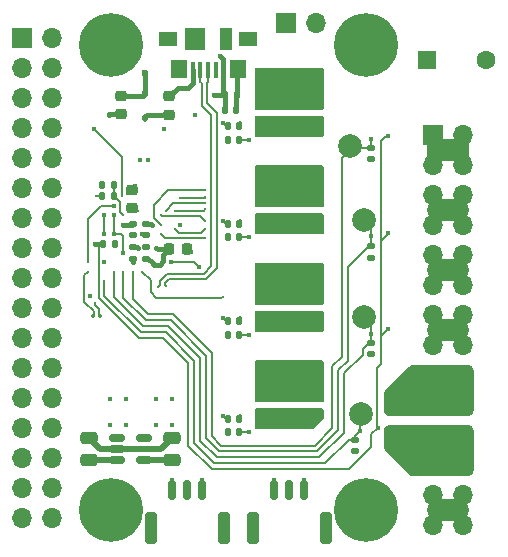
<source format=gbl>
%TF.GenerationSoftware,KiCad,Pcbnew,(7.0.0)*%
%TF.CreationDate,2023-11-06T15:13:21-05:00*%
%TF.ProjectId,ECE4760 Motor Driver,45434534-3736-4302-904d-6f746f722044,rev?*%
%TF.SameCoordinates,Original*%
%TF.FileFunction,Copper,L6,Bot*%
%TF.FilePolarity,Positive*%
%FSLAX46Y46*%
G04 Gerber Fmt 4.6, Leading zero omitted, Abs format (unit mm)*
G04 Created by KiCad (PCBNEW (7.0.0)) date 2023-11-06 15:13:21*
%MOMM*%
%LPD*%
G01*
G04 APERTURE LIST*
G04 Aperture macros list*
%AMRoundRect*
0 Rectangle with rounded corners*
0 $1 Rounding radius*
0 $2 $3 $4 $5 $6 $7 $8 $9 X,Y pos of 4 corners*
0 Add a 4 corners polygon primitive as box body*
4,1,4,$2,$3,$4,$5,$6,$7,$8,$9,$2,$3,0*
0 Add four circle primitives for the rounded corners*
1,1,$1+$1,$2,$3*
1,1,$1+$1,$4,$5*
1,1,$1+$1,$6,$7*
1,1,$1+$1,$8,$9*
0 Add four rect primitives between the rounded corners*
20,1,$1+$1,$2,$3,$4,$5,0*
20,1,$1+$1,$4,$5,$6,$7,0*
20,1,$1+$1,$6,$7,$8,$9,0*
20,1,$1+$1,$8,$9,$2,$3,0*%
G04 Aperture macros list end*
%TA.AperFunction,ComponentPad*%
%ADD10C,0.800000*%
%TD*%
%TA.AperFunction,ComponentPad*%
%ADD11C,5.400000*%
%TD*%
%TA.AperFunction,ComponentPad*%
%ADD12RoundRect,0.250000X-1.550000X0.650000X-1.550000X-0.650000X1.550000X-0.650000X1.550000X0.650000X0*%
%TD*%
%TA.AperFunction,ComponentPad*%
%ADD13O,3.600000X1.800000*%
%TD*%
%TA.AperFunction,ComponentPad*%
%ADD14R,1.600000X1.600000*%
%TD*%
%TA.AperFunction,ComponentPad*%
%ADD15C,1.600000*%
%TD*%
%TA.AperFunction,SMDPad,CuDef*%
%ADD16RoundRect,0.250000X-0.475000X0.250000X-0.475000X-0.250000X0.475000X-0.250000X0.475000X0.250000X0*%
%TD*%
%TA.AperFunction,SMDPad,CuDef*%
%ADD17RoundRect,0.140000X0.170000X-0.140000X0.170000X0.140000X-0.170000X0.140000X-0.170000X-0.140000X0*%
%TD*%
%TA.AperFunction,SMDPad,CuDef*%
%ADD18RoundRect,0.140000X0.140000X0.170000X-0.140000X0.170000X-0.140000X-0.170000X0.140000X-0.170000X0*%
%TD*%
%TA.AperFunction,SMDPad,CuDef*%
%ADD19RoundRect,0.140000X-0.170000X0.140000X-0.170000X-0.140000X0.170000X-0.140000X0.170000X0.140000X0*%
%TD*%
%TA.AperFunction,SMDPad,CuDef*%
%ADD20RoundRect,0.140000X-0.140000X-0.170000X0.140000X-0.170000X0.140000X0.170000X-0.140000X0.170000X0*%
%TD*%
%TA.AperFunction,SMDPad,CuDef*%
%ADD21RoundRect,0.225000X0.250000X-0.225000X0.250000X0.225000X-0.250000X0.225000X-0.250000X-0.225000X0*%
%TD*%
%TA.AperFunction,SMDPad,CuDef*%
%ADD22RoundRect,0.225000X-0.225000X-0.250000X0.225000X-0.250000X0.225000X0.250000X-0.225000X0.250000X0*%
%TD*%
%TA.AperFunction,SMDPad,CuDef*%
%ADD23RoundRect,0.250000X0.475000X-0.250000X0.475000X0.250000X-0.475000X0.250000X-0.475000X-0.250000X0*%
%TD*%
%TA.AperFunction,SMDPad,CuDef*%
%ADD24RoundRect,0.135000X0.135000X0.185000X-0.135000X0.185000X-0.135000X-0.185000X0.135000X-0.185000X0*%
%TD*%
%TA.AperFunction,ComponentPad*%
%ADD25R,1.700000X1.700000*%
%TD*%
%TA.AperFunction,ComponentPad*%
%ADD26O,1.700000X1.700000*%
%TD*%
%TA.AperFunction,SMDPad,CuDef*%
%ADD27RoundRect,0.218750X-0.256250X0.218750X-0.256250X-0.218750X0.256250X-0.218750X0.256250X0.218750X0*%
%TD*%
%TA.AperFunction,SMDPad,CuDef*%
%ADD28RoundRect,0.225000X-0.250000X0.225000X-0.250000X-0.225000X0.250000X-0.225000X0.250000X0.225000X0*%
%TD*%
%TA.AperFunction,SMDPad,CuDef*%
%ADD29RoundRect,0.250000X1.100000X-0.325000X1.100000X0.325000X-1.100000X0.325000X-1.100000X-0.325000X0*%
%TD*%
%TA.AperFunction,SMDPad,CuDef*%
%ADD30R,0.450000X1.380000*%
%TD*%
%TA.AperFunction,SMDPad,CuDef*%
%ADD31R,1.650000X1.300000*%
%TD*%
%TA.AperFunction,SMDPad,CuDef*%
%ADD32R,1.425000X1.550000*%
%TD*%
%TA.AperFunction,SMDPad,CuDef*%
%ADD33R,1.800000X1.900000*%
%TD*%
%TA.AperFunction,SMDPad,CuDef*%
%ADD34R,1.000000X1.900000*%
%TD*%
%TA.AperFunction,SMDPad,CuDef*%
%ADD35C,2.000000*%
%TD*%
%TA.AperFunction,SMDPad,CuDef*%
%ADD36RoundRect,0.150000X0.150000X0.700000X-0.150000X0.700000X-0.150000X-0.700000X0.150000X-0.700000X0*%
%TD*%
%TA.AperFunction,SMDPad,CuDef*%
%ADD37RoundRect,0.250000X0.250000X1.100000X-0.250000X1.100000X-0.250000X-1.100000X0.250000X-1.100000X0*%
%TD*%
%TA.AperFunction,SMDPad,CuDef*%
%ADD38RoundRect,0.150000X-0.512500X-0.150000X0.512500X-0.150000X0.512500X0.150000X-0.512500X0.150000X0*%
%TD*%
%TA.AperFunction,SMDPad,CuDef*%
%ADD39RoundRect,0.112500X-0.112500X0.187500X-0.112500X-0.187500X0.112500X-0.187500X0.112500X0.187500X0*%
%TD*%
%TA.AperFunction,SMDPad,CuDef*%
%ADD40RoundRect,0.135000X-0.135000X-0.185000X0.135000X-0.185000X0.135000X0.185000X-0.135000X0.185000X0*%
%TD*%
%TA.AperFunction,ViaPad*%
%ADD41C,0.350000*%
%TD*%
%TA.AperFunction,ViaPad*%
%ADD42C,0.400000*%
%TD*%
%TA.AperFunction,ViaPad*%
%ADD43C,0.300000*%
%TD*%
%TA.AperFunction,ViaPad*%
%ADD44C,0.450000*%
%TD*%
%TA.AperFunction,ViaPad*%
%ADD45C,0.600000*%
%TD*%
%TA.AperFunction,Conductor*%
%ADD46C,0.200000*%
%TD*%
%TA.AperFunction,Conductor*%
%ADD47C,0.381000*%
%TD*%
%TA.AperFunction,Conductor*%
%ADD48C,0.508000*%
%TD*%
G04 APERTURE END LIST*
D10*
%TO.P,H2,1,1*%
%TO.N,GND*%
X83700000Y-43815000D03*
X84293109Y-42383109D03*
X84293109Y-45246891D03*
X85725000Y-41790000D03*
D11*
X85725000Y-43815000D03*
D10*
X85725000Y-45840000D03*
X87156891Y-42383109D03*
X87156891Y-45246891D03*
X87750000Y-43815000D03*
%TD*%
%TO.P,H1,1,1*%
%TO.N,GND*%
X105290000Y-43815000D03*
X105883109Y-42383109D03*
X105883109Y-45246891D03*
X107315000Y-41790000D03*
D11*
X107315000Y-43815000D03*
D10*
X107315000Y-45840000D03*
X108746891Y-42383109D03*
X108746891Y-45246891D03*
X109340000Y-43815000D03*
%TD*%
D12*
%TO.P,J2,1,Pin_1*%
%TO.N,PH1*%
X114300000Y-52705000D03*
D13*
%TO.P,J2,2,Pin_2*%
%TO.N,PH2*%
X114299999Y-57784999D03*
%TO.P,J2,3,Pin_3*%
%TO.N,PH3*%
X114299999Y-62864999D03*
%TO.P,J2,4,Pin_4*%
%TO.N,PH4*%
X114299999Y-67944999D03*
%TO.P,J2,5,Pin_5*%
%TO.N,GND*%
X114299999Y-73024999D03*
%TO.P,J2,6,Pin_6*%
%TO.N,Vdrive*%
X114299999Y-78104999D03*
%TO.P,J2,7,Pin_7*%
%TO.N,+5V*%
X114299999Y-83184999D03*
%TD*%
D10*
%TO.P,H4,1,1*%
%TO.N,GND*%
X83700000Y-83185000D03*
X84293109Y-81753109D03*
X84293109Y-84616891D03*
X85725000Y-81160000D03*
D11*
X85725000Y-83185000D03*
D10*
X85725000Y-85210000D03*
X87156891Y-81753109D03*
X87156891Y-84616891D03*
X87750000Y-83185000D03*
%TD*%
D14*
%TO.P,C1,1*%
%TO.N,Vdrive*%
X112532348Y-45084999D03*
D15*
%TO.P,C1,2*%
%TO.N,GND*%
X117532349Y-45085000D03*
%TD*%
D10*
%TO.P,H3,1,1*%
%TO.N,GND*%
X105290000Y-83185000D03*
X105883109Y-81753109D03*
X105883109Y-84616891D03*
X107315000Y-81160000D03*
D11*
X107315000Y-83185000D03*
D10*
X107315000Y-85210000D03*
X108746891Y-81753109D03*
X108746891Y-84616891D03*
X109340000Y-83185000D03*
%TD*%
D16*
%TO.P,C55,1*%
%TO.N,Vdrive*%
X100838000Y-48580000D03*
%TO.P,C55,2*%
%TO.N,GND*%
X100838000Y-50480000D03*
%TD*%
D17*
%TO.P,C25,1*%
%TO.N,GND*%
X107800000Y-61780000D03*
%TO.P,C25,2*%
%TO.N,/PH2_SENSE*%
X107800000Y-60820000D03*
%TD*%
D16*
%TO.P,C63,1*%
%TO.N,Vdrive*%
X98806000Y-73345000D03*
%TO.P,C63,2*%
%TO.N,GND*%
X98806000Y-75245000D03*
%TD*%
D18*
%TO.P,C3,1*%
%TO.N,Net-(J3-Shield)*%
X96380001Y-49300001D03*
%TO.P,C3,2*%
%TO.N,GND*%
X95420001Y-49300001D03*
%TD*%
%TO.P,C27,1*%
%TO.N,GND*%
X96619000Y-67183000D03*
%TO.P,C27,2*%
%TO.N,Net-(Q3-V_{DD})*%
X95659000Y-67183000D03*
%TD*%
D16*
%TO.P,C61,1*%
%TO.N,Vdrive*%
X100838000Y-65090000D03*
%TO.P,C61,2*%
%TO.N,GND*%
X100838000Y-66990000D03*
%TD*%
D19*
%TO.P,C8,1*%
%TO.N,+3V3*%
X88700000Y-58920000D03*
%TO.P,C8,2*%
%TO.N,GND*%
X88700000Y-59880000D03*
%TD*%
D20*
%TO.P,C32,1*%
%TO.N,+5V*%
X95659000Y-76581000D03*
%TO.P,C32,2*%
%TO.N,GND*%
X96619000Y-76581000D03*
%TD*%
D17*
%TO.P,C6,1*%
%TO.N,+3V3*%
X88700000Y-61880000D03*
%TO.P,C6,2*%
%TO.N,GND*%
X88700000Y-60920000D03*
%TD*%
D20*
%TO.P,C10,1*%
%TO.N,+3V3*%
X85120000Y-60600000D03*
%TO.P,C10,2*%
%TO.N,GND*%
X86080000Y-60600000D03*
%TD*%
D16*
%TO.P,C58,1*%
%TO.N,Vdrive*%
X100838000Y-56835000D03*
%TO.P,C58,2*%
%TO.N,GND*%
X100838000Y-58735000D03*
%TD*%
D18*
%TO.P,C33,1*%
%TO.N,GND*%
X96619000Y-75438000D03*
%TO.P,C33,2*%
%TO.N,Net-(Q4-V_{DD})*%
X95659000Y-75438000D03*
%TD*%
D21*
%TO.P,C5,1*%
%TO.N,+3V3*%
X87500000Y-57575000D03*
%TO.P,C5,2*%
%TO.N,GND*%
X87500000Y-56025000D03*
%TD*%
D16*
%TO.P,C54,1*%
%TO.N,Vdrive*%
X98806000Y-48580000D03*
%TO.P,C54,2*%
%TO.N,GND*%
X98806000Y-50480000D03*
%TD*%
D22*
%TO.P,C4,1*%
%TO.N,+3V3*%
X90625000Y-61100000D03*
%TO.P,C4,2*%
%TO.N,GND*%
X92175000Y-61100000D03*
%TD*%
D23*
%TO.P,C12,1*%
%TO.N,+5V*%
X83900001Y-78950000D03*
%TO.P,C12,2*%
%TO.N,GND*%
X83900001Y-77050000D03*
%TD*%
D24*
%TO.P,R3,1*%
%TO.N,Net-(U1-PA1)*%
X86000000Y-56600000D03*
%TO.P,R3,2*%
%TO.N,GND*%
X84980000Y-56600000D03*
%TD*%
D16*
%TO.P,C57,1*%
%TO.N,Vdrive*%
X98806000Y-56835000D03*
%TO.P,C57,2*%
%TO.N,GND*%
X98806000Y-58735000D03*
%TD*%
%TO.P,C62,1*%
%TO.N,Vdrive*%
X102870000Y-65090000D03*
%TO.P,C62,2*%
%TO.N,GND*%
X102870000Y-66990000D03*
%TD*%
D25*
%TO.P,J6,1,Pin_1*%
%TO.N,/BOOT_SELECT*%
X100583999Y-41909999D03*
D26*
%TO.P,J6,2,Pin_2*%
%TO.N,GND*%
X103123999Y-41909999D03*
%TD*%
D18*
%TO.P,C15,1*%
%TO.N,GND*%
X96619000Y-50673000D03*
%TO.P,C15,2*%
%TO.N,Net-(Q1-V_{DD})*%
X95659000Y-50673000D03*
%TD*%
D27*
%TO.P,F1,1*%
%TO.N,VBUS*%
X90700000Y-48112500D03*
%TO.P,F1,2*%
%TO.N,Net-(D1-A)*%
X90700000Y-49687500D03*
%TD*%
D16*
%TO.P,C65,1*%
%TO.N,Vdrive*%
X102870000Y-73345000D03*
%TO.P,C65,2*%
%TO.N,GND*%
X102870000Y-75245000D03*
%TD*%
D28*
%TO.P,C2,1*%
%TO.N,+5V*%
X86614000Y-48120000D03*
%TO.P,C2,2*%
%TO.N,GND*%
X86614000Y-49670000D03*
%TD*%
D29*
%TO.P,RV1,1*%
%TO.N,Vdrive*%
X110236000Y-77040000D03*
%TO.P,RV1,2*%
%TO.N,GND*%
X110236000Y-74090000D03*
%TD*%
D20*
%TO.P,C14,1*%
%TO.N,+5V*%
X95659000Y-51816000D03*
%TO.P,C14,2*%
%TO.N,GND*%
X96619000Y-51816000D03*
%TD*%
D17*
%TO.P,C9,1*%
%TO.N,+3V3*%
X87600000Y-61880000D03*
%TO.P,C9,2*%
%TO.N,GND*%
X87600000Y-60920000D03*
%TD*%
D16*
%TO.P,C59,1*%
%TO.N,Vdrive*%
X102870000Y-56835000D03*
%TO.P,C59,2*%
%TO.N,GND*%
X102870000Y-58735000D03*
%TD*%
D30*
%TO.P,J3,1,VBUS*%
%TO.N,VBUS*%
X92679999Y-45909999D03*
%TO.P,J3,2,D-*%
%TO.N,/USB_D-*%
X93329999Y-45909999D03*
%TO.P,J3,3,D+*%
%TO.N,/USB_D+*%
X93979999Y-45909999D03*
%TO.P,J3,4,ID*%
%TO.N,unconnected-(J3-ID-Pad4)*%
X94629999Y-45909999D03*
%TO.P,J3,5,GND*%
%TO.N,GND*%
X95279999Y-45909999D03*
D31*
%TO.P,J3,6,Shield*%
%TO.N,Net-(J3-Shield)*%
X90604999Y-43249999D03*
D32*
X91492499Y-45824999D03*
D33*
X92829999Y-43249999D03*
D34*
X95529999Y-43249999D03*
D32*
X96467499Y-45824999D03*
D31*
X97354999Y-43249999D03*
%TD*%
D25*
%TO.P,J1,1,Pin_1*%
%TO.N,GND*%
X78231999Y-43179999D03*
D26*
%TO.P,J1,2,Pin_2*%
%TO.N,+5V*%
X80771999Y-43179999D03*
%TO.P,J1,3,Pin_3*%
%TO.N,Hall_C_In*%
X78231999Y-45719999D03*
%TO.P,J1,4,Pin_4*%
%TO.N,Hall_B_In*%
X80771999Y-45719999D03*
%TO.P,J1,5,Pin_5*%
%TO.N,Hall_I_In*%
X78231999Y-48259999D03*
%TO.P,J1,6,Pin_6*%
%TO.N,Hall_A_In*%
X80771999Y-48259999D03*
%TO.P,J1,7,Pin_7*%
%TO.N,GND*%
X78231999Y-50799999D03*
%TO.P,J1,8,Pin_8*%
%TO.N,+5V*%
X80771999Y-50799999D03*
%TO.P,J1,9,Pin_9*%
%TO.N,Aux_Enc_B_In-*%
X78231999Y-53339999D03*
%TO.P,J1,10,Pin_10*%
%TO.N,Aux_Enc_B_In+*%
X80771999Y-53339999D03*
%TO.P,J1,11,Pin_11*%
%TO.N,Aux_Enc_A_In-*%
X78231999Y-55879999D03*
%TO.P,J1,12,Pin_12*%
%TO.N,Aux_Enc_A_In+*%
X80771999Y-55879999D03*
%TO.P,J1,13,Pin_13*%
%TO.N,GND*%
X78231999Y-58419999D03*
%TO.P,J1,14,Pin_14*%
%TO.N,+5V*%
X80771999Y-58419999D03*
%TO.P,J1,15,Pin_15*%
%TO.N,~{Abort}*%
X78231999Y-60959999D03*
%TO.P,J1,16,Pin_16*%
%TO.N,~{Fault_Enable}*%
X80771999Y-60959999D03*
%TO.P,J1,17,Pin_17*%
%TO.N,LED_1*%
X78231999Y-63499999D03*
%TO.P,J1,18,Pin_18*%
%TO.N,LED_2*%
X80771999Y-63499999D03*
%TO.P,J1,19,Pin_19*%
%TO.N,GND*%
X78231999Y-66039999D03*
%TO.P,J1,20,Pin_20*%
%TO.N,+3V3*%
X80771999Y-66039999D03*
%TO.P,J1,21,Pin_21*%
%TO.N,Enc_A_In+*%
X78231999Y-68579999D03*
%TO.P,J1,22,Pin_22*%
%TO.N,Enc_A_In-*%
X80771999Y-68579999D03*
%TO.P,J1,23,Pin_23*%
%TO.N,Enc_B_In+*%
X78231999Y-71119999D03*
%TO.P,J1,24,Pin_24*%
%TO.N,Enc_B_In-*%
X80771999Y-71119999D03*
%TO.P,J1,25,Pin_25*%
%TO.N,Enc_I_In+*%
X78231999Y-73659999D03*
%TO.P,J1,26,Pin_26*%
%TO.N,Enc_I_In-*%
X80771999Y-73659999D03*
%TO.P,J1,27,Pin_27*%
%TO.N,GND*%
X78231999Y-76199999D03*
%TO.P,J1,28,Pin_28*%
%TO.N,+5V*%
X80771999Y-76199999D03*
%TO.P,J1,29,Pin_29*%
%TO.N,Lim_L_In*%
X78231999Y-78739999D03*
%TO.P,J1,30,Pin_30*%
%TO.N,Lim_H_In*%
X80771999Y-78739999D03*
%TO.P,J1,31,Pin_31*%
%TO.N,Lim_R_In*%
X78231999Y-81279999D03*
%TO.P,J1,32,Pin_32*%
%TO.N,Lim_Aux_In*%
X80771999Y-81279999D03*
%TO.P,J1,33,Pin_33*%
%TO.N,GND*%
X78231999Y-83819999D03*
%TO.P,J1,34,Pin_34*%
%TO.N,+5V*%
X80771999Y-83819999D03*
%TD*%
D16*
%TO.P,C64,1*%
%TO.N,Vdrive*%
X100838000Y-73345000D03*
%TO.P,C64,2*%
%TO.N,GND*%
X100838000Y-75245000D03*
%TD*%
D17*
%TO.P,C31,1*%
%TO.N,GND*%
X107800000Y-69980000D03*
%TO.P,C31,2*%
%TO.N,/PH3_SENSE*%
X107800000Y-69020000D03*
%TD*%
D23*
%TO.P,C13,1*%
%TO.N,+3V3*%
X90900001Y-78950000D03*
%TO.P,C13,2*%
%TO.N,GND*%
X90900001Y-77050000D03*
%TD*%
D17*
%TO.P,C7,1*%
%TO.N,+3V3*%
X87600000Y-59880000D03*
%TO.P,C7,2*%
%TO.N,GND*%
X87600000Y-58920000D03*
%TD*%
D35*
%TO.P,TP2,1,1*%
%TO.N,/PH2_SENSE*%
X107200000Y-58600000D03*
%TD*%
D18*
%TO.P,C21,1*%
%TO.N,GND*%
X96619000Y-58928000D03*
%TO.P,C21,2*%
%TO.N,Net-(Q2-V_{DD})*%
X95659000Y-58928000D03*
%TD*%
D25*
%TO.P,J100,1,Pin_1*%
%TO.N,PH1*%
X113029999Y-51434999D03*
D26*
%TO.P,J100,2,Pin_2*%
X115569999Y-51434999D03*
%TO.P,J100,3,Pin_3*%
X113029999Y-53974999D03*
%TO.P,J100,4,Pin_4*%
X115569999Y-53974999D03*
%TO.P,J100,5,Pin_5*%
%TO.N,PH2*%
X113029999Y-56514999D03*
%TO.P,J100,6,Pin_6*%
X115569999Y-56514999D03*
%TO.P,J100,7,Pin_7*%
X113029999Y-59054999D03*
%TO.P,J100,8,Pin_8*%
X115569999Y-59054999D03*
%TO.P,J100,9,Pin_9*%
%TO.N,PH3*%
X113029999Y-61594999D03*
%TO.P,J100,10,Pin_10*%
X115569999Y-61594999D03*
%TO.P,J100,11,Pin_11*%
X113029999Y-64134999D03*
%TO.P,J100,12,Pin_12*%
X115569999Y-64134999D03*
%TO.P,J100,13,Pin_13*%
%TO.N,PH4*%
X113029999Y-66674999D03*
%TO.P,J100,14,Pin_14*%
X115569999Y-66674999D03*
%TO.P,J100,15,Pin_15*%
X113029999Y-69214999D03*
%TO.P,J100,16,Pin_16*%
X115569999Y-69214999D03*
%TO.P,J100,17,Pin_17*%
%TO.N,GND*%
X113029999Y-71754999D03*
%TO.P,J100,18,Pin_18*%
X115569999Y-71754999D03*
%TO.P,J100,19,Pin_19*%
X113029999Y-74294999D03*
%TO.P,J100,20,Pin_20*%
X115569999Y-74294999D03*
%TO.P,J100,21,Pin_21*%
%TO.N,Vdrive*%
X113029999Y-76834999D03*
%TO.P,J100,22,Pin_22*%
X115569999Y-76834999D03*
%TO.P,J100,23,Pin_23*%
X113029999Y-79374999D03*
%TO.P,J100,24,Pin_24*%
X115569999Y-79374999D03*
%TO.P,J100,25,Pin_25*%
%TO.N,+5V*%
X113029999Y-81914999D03*
%TO.P,J100,26,Pin_26*%
X115569999Y-81914999D03*
%TO.P,J100,27,Pin_27*%
X113029999Y-84454999D03*
%TO.P,J100,28,Pin_28*%
X115569999Y-84454999D03*
%TD*%
D36*
%TO.P,J5,1,Pin_1*%
%TO.N,/SWCLK*%
X93452000Y-81462000D03*
%TO.P,J5,2,Pin_2*%
%TO.N,GND*%
X92202000Y-81462000D03*
%TO.P,J5,3,Pin_3*%
%TO.N,/SWDIO*%
X90952000Y-81462000D03*
D37*
%TO.P,J5,MP,Shield*%
%TO.N,unconnected-(J5-Shield-PadMP)*%
X95302000Y-84662000D03*
X89102000Y-84662000D03*
%TD*%
D24*
%TO.P,R1,1*%
%TO.N,Net-(J3-Shield)*%
X96410000Y-48000000D03*
%TO.P,R1,2*%
%TO.N,GND*%
X95390000Y-48000000D03*
%TD*%
D38*
%TO.P,U5,1,IN*%
%TO.N,+5V*%
X86262500Y-78950000D03*
%TO.P,U5,2,GND*%
%TO.N,GND*%
X86262500Y-78000000D03*
%TO.P,U5,3,EN*%
%TO.N,unconnected-(U5-EN-Pad3)*%
X86262500Y-77050000D03*
%TO.P,U5,4,NC*%
%TO.N,unconnected-(U5-NC-Pad4)*%
X88537500Y-77050000D03*
%TO.P,U5,5,OUT*%
%TO.N,+3V3*%
X88537500Y-78950000D03*
%TD*%
D35*
%TO.P,TP3,1,1*%
%TO.N,/PH3_SENSE*%
X107200000Y-66800000D03*
%TD*%
D39*
%TO.P,D1,1,K*%
%TO.N,+5V*%
X88600000Y-47850000D03*
%TO.P,D1,2,A*%
%TO.N,Net-(D1-A)*%
X88600000Y-49950000D03*
%TD*%
D35*
%TO.P,TP1,1,1*%
%TO.N,/PH1_SENSE*%
X106000000Y-52324000D03*
%TD*%
D17*
%TO.P,C19,1*%
%TO.N,GND*%
X107800000Y-53480000D03*
%TO.P,C19,2*%
%TO.N,/PH1_SENSE*%
X107800000Y-52520000D03*
%TD*%
D16*
%TO.P,C56,1*%
%TO.N,Vdrive*%
X102870000Y-48580000D03*
%TO.P,C56,2*%
%TO.N,GND*%
X102870000Y-50480000D03*
%TD*%
D40*
%TO.P,R2,1*%
%TO.N,+3V3*%
X84980000Y-55600000D03*
%TO.P,R2,2*%
%TO.N,Net-(U1-PA1)*%
X86000000Y-55600000D03*
%TD*%
D20*
%TO.P,C20,1*%
%TO.N,+5V*%
X95659000Y-60071000D03*
%TO.P,C20,2*%
%TO.N,GND*%
X96619000Y-60071000D03*
%TD*%
D17*
%TO.P,C37,1*%
%TO.N,GND*%
X106400000Y-78180000D03*
%TO.P,C37,2*%
%TO.N,/PH4_SENSE*%
X106400000Y-77220000D03*
%TD*%
D20*
%TO.P,C26,1*%
%TO.N,+5V*%
X95659000Y-68326000D03*
%TO.P,C26,2*%
%TO.N,GND*%
X96619000Y-68326000D03*
%TD*%
D36*
%TO.P,J4,1,Pin_1*%
%TO.N,/UART_RX*%
X102088000Y-81462000D03*
%TO.P,J4,2,Pin_2*%
%TO.N,GND*%
X100838000Y-81462000D03*
%TO.P,J4,3,Pin_3*%
%TO.N,/UART_TX*%
X99588000Y-81462000D03*
D37*
%TO.P,J4,MP,Shield*%
%TO.N,unconnected-(J4-Shield-PadMP)*%
X103938000Y-84662000D03*
X97738000Y-84662000D03*
%TD*%
D16*
%TO.P,C60,1*%
%TO.N,Vdrive*%
X98806000Y-65090000D03*
%TO.P,C60,2*%
%TO.N,GND*%
X98806000Y-66990000D03*
%TD*%
D35*
%TO.P,TP4,1,1*%
%TO.N,/PH4_SENSE*%
X106900000Y-75000000D03*
%TD*%
D41*
%TO.N,GND*%
X100711000Y-75311000D03*
D42*
X85590000Y-49700000D03*
D41*
X100203000Y-67056000D03*
X99695000Y-50546000D03*
X98171000Y-76073000D03*
X100711000Y-67056000D03*
D42*
X106400000Y-78200000D03*
D43*
X88800000Y-61000000D03*
D41*
X99949000Y-50927000D03*
D44*
X92202000Y-80899000D03*
D41*
X100457000Y-67437000D03*
X99441000Y-50927000D03*
D44*
X87000000Y-73800000D03*
X88200000Y-53500000D03*
D41*
X100203000Y-58801000D03*
D44*
X89600000Y-76000000D03*
D45*
X90500001Y-77000000D03*
D42*
X86800000Y-59000000D03*
X87200000Y-56300000D03*
D41*
X99695000Y-75311000D03*
X100711000Y-51308000D03*
X100711000Y-50546000D03*
D44*
X90900000Y-76000000D03*
D41*
X98933000Y-59182000D03*
X98679000Y-51308000D03*
X98171000Y-59563000D03*
X99187000Y-51308000D03*
D42*
X87800000Y-56300000D03*
X107800000Y-70000000D03*
D41*
X98171000Y-67818000D03*
D44*
X97473000Y-76581000D03*
D41*
X98679000Y-59563000D03*
D42*
X88400000Y-59800000D03*
D41*
X100203000Y-76073000D03*
X100711000Y-58801000D03*
X98679000Y-67818000D03*
D44*
X94500000Y-48000000D03*
D41*
X100457000Y-75692000D03*
X99187000Y-50546000D03*
X99695000Y-67056000D03*
D44*
X92202000Y-82042000D03*
D41*
X99441000Y-75692000D03*
X100203000Y-59563000D03*
X98679000Y-67056000D03*
D45*
X91300001Y-76999999D03*
D41*
X98171000Y-67056000D03*
X98171000Y-75311000D03*
X99695000Y-76073000D03*
X96647000Y-58674000D03*
D42*
X86000000Y-60600000D03*
D41*
X100457000Y-50927000D03*
D44*
X92500000Y-61300000D03*
D41*
X100457000Y-59182000D03*
D45*
X83500001Y-76999999D03*
D41*
X99949000Y-75692000D03*
D44*
X95000000Y-44700000D03*
D41*
X99187000Y-67818000D03*
X98171000Y-58801000D03*
X98933000Y-67437000D03*
D45*
X84300001Y-77000000D03*
D41*
X98679000Y-58801000D03*
X99695000Y-58801000D03*
X96647000Y-66929000D03*
D44*
X90900000Y-73800000D03*
D41*
X98425000Y-67437000D03*
D44*
X87000000Y-76000000D03*
D41*
X99949000Y-59182000D03*
D44*
X100838000Y-80899000D03*
D41*
X98425000Y-75692000D03*
X100965000Y-50927000D03*
D44*
X88900000Y-53500000D03*
X100838000Y-82042000D03*
X85700000Y-76000000D03*
X85700000Y-73800000D03*
D41*
X98679000Y-76073000D03*
X99187000Y-59563000D03*
X99441000Y-59182000D03*
X99187000Y-58801000D03*
X99187000Y-75311000D03*
D44*
X97473000Y-51816000D03*
D41*
X96647000Y-75184000D03*
X99695000Y-59563000D03*
X99187000Y-76073000D03*
X98679000Y-50546000D03*
D42*
X107800000Y-53500000D03*
D41*
X100203000Y-67818000D03*
D42*
X90220000Y-50900000D03*
D41*
X100203000Y-51308000D03*
D44*
X97473000Y-68326000D03*
D41*
X99695000Y-67818000D03*
X98933000Y-50927000D03*
D42*
X87800000Y-55700000D03*
D41*
X99441000Y-67437000D03*
X100965000Y-67437000D03*
X98171000Y-50546000D03*
X100203000Y-75311000D03*
X98679000Y-75311000D03*
X99187000Y-67056000D03*
X99949000Y-67437000D03*
X100711000Y-59563000D03*
X98171000Y-51308000D03*
X98425000Y-50927000D03*
X96647000Y-50419000D03*
D44*
X89600000Y-73800000D03*
D41*
X98425000Y-59182000D03*
X100965000Y-75692000D03*
D43*
X88000000Y-61000000D03*
D41*
X100711000Y-67818000D03*
X100965000Y-59182000D03*
X100711000Y-76073000D03*
X98933000Y-75692000D03*
X100203000Y-50546000D03*
D42*
X107800000Y-61800000D03*
D44*
X97473000Y-60071000D03*
D41*
X99695000Y-51308000D03*
D43*
X84500000Y-56600000D03*
%TO.N,+3V3*%
X87200000Y-57800000D03*
X89600000Y-61000000D03*
D42*
X89200000Y-62200000D03*
X84400000Y-60600000D03*
X89200000Y-59000000D03*
D43*
X85000000Y-55900000D03*
D42*
X87600000Y-59800000D03*
D45*
X91300001Y-78999999D03*
X90500001Y-78999999D03*
D44*
X109220000Y-67846000D03*
X108331000Y-76228000D03*
D42*
X87600000Y-57400000D03*
D43*
X88000000Y-57800000D03*
D44*
X109220000Y-59718000D03*
X109220000Y-51463000D03*
D42*
X87600000Y-62200000D03*
D44*
%TO.N,+5V*%
X95659000Y-76581000D03*
D45*
X83500001Y-78999999D03*
D44*
X95659000Y-68326000D03*
X95659000Y-60071000D03*
X95659000Y-51816000D03*
D45*
X84300001Y-78999999D03*
X88600000Y-46200000D03*
D44*
%TO.N,Vdrive*%
X101346000Y-62484000D03*
X98298000Y-46609000D03*
X98298000Y-63754000D03*
X98298000Y-47244000D03*
X99822000Y-63754000D03*
X98298000Y-47879000D03*
X98298000Y-72644000D03*
X99822000Y-72009000D03*
X99822000Y-48514000D03*
X102870000Y-46609000D03*
X99822000Y-64389000D03*
X99822000Y-56134000D03*
X102870000Y-70739000D03*
X99822000Y-54229000D03*
X98298000Y-55499000D03*
X101346000Y-70739000D03*
X99822000Y-47879000D03*
X101346000Y-55499000D03*
X99822000Y-54864000D03*
X101346000Y-46609000D03*
X101346000Y-71374000D03*
X101346000Y-63119000D03*
X102870000Y-54229000D03*
X99822000Y-63119000D03*
X98298000Y-63119000D03*
X98298000Y-56134000D03*
X101346000Y-72009000D03*
X98298000Y-56769000D03*
X98298000Y-73279000D03*
X98298000Y-48514000D03*
X99822000Y-65024000D03*
X99822000Y-47244000D03*
X98298000Y-64389000D03*
X99822000Y-62484000D03*
X98298000Y-54864000D03*
X101346000Y-63754000D03*
X98298000Y-62484000D03*
X102870000Y-63119000D03*
X102870000Y-62484000D03*
X99822000Y-46609000D03*
X98298000Y-71374000D03*
X99822000Y-55499000D03*
X101346000Y-54864000D03*
X99822000Y-71374000D03*
X102870000Y-54864000D03*
X98298000Y-65024000D03*
X98298000Y-72009000D03*
X99822000Y-73279000D03*
X98298000Y-54229000D03*
X99822000Y-56769000D03*
X99822000Y-45974000D03*
X101346000Y-47244000D03*
X99822000Y-70739000D03*
X101346000Y-54229000D03*
X98298000Y-70739000D03*
X99822000Y-72644000D03*
X102870000Y-71374000D03*
X98298000Y-45974000D03*
X101346000Y-45974000D03*
X102870000Y-45974000D03*
D42*
%TO.N,/PH1_SENSE*%
X107749000Y-51706502D03*
D43*
X87600000Y-63000000D03*
%TO.N,/PH2_SENSE*%
X86800000Y-63000000D03*
D42*
X107749000Y-59961502D03*
D43*
%TO.N,/PH3_SENSE*%
X86000000Y-63000000D03*
D42*
X107749000Y-68216502D03*
D43*
%TO.N,/PH4_SENSE*%
X85200000Y-63800000D03*
D42*
X106860000Y-76471502D03*
%TO.N,/HALL_I*%
X84300000Y-50900000D03*
D43*
X86700000Y-56600000D03*
D42*
%TO.N,LED_1*%
X84000000Y-65000000D03*
%TO.N,LED_2*%
X85200000Y-62200000D03*
D43*
%TO.N,/USB_D-*%
X89700000Y-64300000D03*
%TO.N,/USB_D+*%
X90400000Y-64200000D03*
D42*
%TO.N,/UART_RX*%
X93200000Y-62600000D03*
X102088000Y-80645000D03*
X90800000Y-62200000D03*
%TO.N,/UART_TX*%
X99588000Y-80645000D03*
%TO.N,/BOOT_SELECT*%
X92903200Y-49696800D03*
X91600000Y-59000000D03*
D43*
%TO.N,/PH1_HI*%
X90000000Y-59000000D03*
X93700000Y-56100000D03*
%TO.N,/PH1_LO*%
X93699370Y-56685562D03*
X91600000Y-56700000D03*
%TO.N,/PH2_HI*%
X90400000Y-57800000D03*
X93721147Y-57184589D03*
%TO.N,/PH2_LO*%
X93700000Y-57710000D03*
X91200000Y-57800000D03*
%TO.N,/PH3_HI*%
X88400000Y-63000000D03*
X95200000Y-65100000D03*
%TO.N,/PH3_LO*%
X93700000Y-58700000D03*
X90000000Y-58200000D03*
%TO.N,/PH4_HI*%
X91200000Y-59400000D03*
X93700000Y-59400000D03*
%TO.N,/PH4_LO*%
X90000000Y-59800000D03*
X93700000Y-60100000D03*
%TO.N,Net-(U1-PA1)*%
X86800000Y-58200000D03*
%TO.N,/ENC_A+*%
X84400000Y-65600000D03*
D41*
X84800000Y-66721750D03*
%TO.N,/ENC_A-*%
X84200000Y-66721750D03*
D43*
X83800000Y-63000000D03*
D42*
%TO.N,/AUX_ENC_A-*%
X85200000Y-59800000D03*
X85200000Y-58200000D03*
%TO.N,/SWDIO*%
X90952000Y-80645000D03*
%TO.N,/SWCLK*%
X93452000Y-80645000D03*
%TO.N,/AUX_ENC_B*%
X86000000Y-57400000D03*
D43*
X83800000Y-62200000D03*
D42*
%TO.N,Net-(Q1-V_{DD})*%
X95250000Y-50419000D03*
%TO.N,Net-(Q2-V_{DD})*%
X95250000Y-58674000D03*
%TO.N,Net-(Q3-V_{DD})*%
X95250000Y-66929000D03*
%TO.N,Net-(Q4-V_{DD})*%
X95250000Y-75184000D03*
%TO.N,/AUX_ENC_A+*%
X86800000Y-61400000D03*
X86000000Y-59800000D03*
X86000000Y-58200000D03*
%TD*%
D46*
%TO.N,GND*%
X84980000Y-56600000D02*
X84500000Y-56600000D01*
D47*
X95420001Y-49300001D02*
X95420001Y-48030001D01*
D46*
X97473000Y-51816000D02*
X96619000Y-51816000D01*
D47*
X87600000Y-60920000D02*
X87920000Y-60920000D01*
X95390000Y-48000000D02*
X94500000Y-48000000D01*
D46*
X97473000Y-76581000D02*
X96619000Y-76581000D01*
D47*
X86614000Y-49670000D02*
X85620000Y-49670000D01*
X86800000Y-59000000D02*
X87520000Y-59000000D01*
D48*
X86262500Y-78000000D02*
X84850001Y-78000000D01*
D47*
X95280000Y-44980000D02*
X95000000Y-44700000D01*
D48*
X91300001Y-76999999D02*
X90500001Y-77000000D01*
D46*
X97473000Y-60071000D02*
X96619000Y-60071000D01*
X97473000Y-68326000D02*
X96619000Y-68326000D01*
D48*
X84850001Y-78000000D02*
X83900001Y-77050000D01*
X89950001Y-78000000D02*
X90900002Y-77050000D01*
D47*
X95420001Y-48030001D02*
X95390000Y-48000000D01*
X95280000Y-47890000D02*
X95280000Y-45910000D01*
X95280000Y-45910000D02*
X95280000Y-44980000D01*
X95390000Y-48000000D02*
X95280000Y-47890000D01*
X87920000Y-60920000D02*
X88000000Y-61000000D01*
D48*
X90500001Y-77000000D02*
X90900002Y-77050000D01*
D47*
X87520000Y-59000000D02*
X87600000Y-58920000D01*
D48*
X86262500Y-78000000D02*
X89950001Y-78000000D01*
D47*
X85620000Y-49670000D02*
X85590000Y-49700000D01*
D48*
%TO.N,+3V3*%
X91300001Y-78999999D02*
X90950002Y-78950000D01*
D47*
X90200000Y-62100000D02*
X90200000Y-61525000D01*
X89200000Y-62200000D02*
X89400000Y-62400000D01*
X84600000Y-60600000D02*
X84400000Y-60600000D01*
D46*
X105900000Y-79700000D02*
X107800000Y-77800000D01*
D47*
X89900000Y-62400000D02*
X90200000Y-62100000D01*
D46*
X108331000Y-76228000D02*
X108300000Y-76197000D01*
X108616500Y-68416500D02*
X108600000Y-68400000D01*
X108600000Y-60400000D02*
X109220000Y-59780000D01*
D47*
X88880000Y-61880000D02*
X89200000Y-62200000D01*
D46*
X84700000Y-65200000D02*
X88100000Y-68600000D01*
D47*
X90625000Y-61100000D02*
X89700000Y-61100000D01*
D46*
X109220000Y-51463000D02*
X109037000Y-51463000D01*
X109187000Y-67846000D02*
X109220000Y-67846000D01*
X84700000Y-60700000D02*
X84700000Y-65200000D01*
X94300000Y-79700000D02*
X105900000Y-79700000D01*
X84980000Y-55600000D02*
X84980000Y-55880000D01*
D47*
X89700000Y-61100000D02*
X89600000Y-61000000D01*
X89120000Y-58920000D02*
X89200000Y-59000000D01*
D46*
X108600000Y-68400000D02*
X108600000Y-60400000D01*
D48*
X88537501Y-78949998D02*
X90450002Y-78950000D01*
D46*
X108616500Y-68416500D02*
X109187000Y-67846000D01*
D47*
X88700000Y-58920000D02*
X89120000Y-58920000D01*
D46*
X92300000Y-70700000D02*
X92300000Y-77700000D01*
D47*
X87600000Y-62200000D02*
X87600000Y-61880000D01*
D46*
X107800000Y-76759000D02*
X108331000Y-76228000D01*
X108600000Y-60400000D02*
X108600000Y-51900000D01*
X108600000Y-68433000D02*
X108616500Y-68416500D01*
D47*
X85120000Y-60600000D02*
X84600000Y-60600000D01*
D46*
X88100000Y-68600000D02*
X90200000Y-68600000D01*
D47*
X90200000Y-61525000D02*
X90625000Y-61100000D01*
D46*
X109220000Y-59780000D02*
X109220000Y-59718000D01*
X92300000Y-77700000D02*
X94300000Y-79700000D01*
D48*
X90450002Y-78950000D02*
X90500001Y-78999999D01*
D46*
X108600000Y-70800000D02*
X108600000Y-68433000D01*
X107800000Y-77800000D02*
X107800000Y-76759000D01*
X84600000Y-60600000D02*
X84700000Y-60700000D01*
X90200000Y-68600000D02*
X92300000Y-70700000D01*
D47*
X89400000Y-62400000D02*
X89900000Y-62400000D01*
D48*
X90950002Y-78950000D02*
X90900002Y-78950000D01*
D47*
X88700000Y-61880000D02*
X88880000Y-61880000D01*
D46*
X108300000Y-71100000D02*
X108600000Y-70800000D01*
X108300000Y-76197000D02*
X108300000Y-71100000D01*
X84980000Y-55880000D02*
X85000000Y-55900000D01*
X109037000Y-51463000D02*
X108600000Y-51900000D01*
D48*
%TO.N,+5V*%
X86262501Y-78949998D02*
X83900001Y-78950000D01*
D47*
X88600000Y-47950000D02*
X88600000Y-46200000D01*
X86614000Y-48120000D02*
X88430000Y-48120000D01*
X88430000Y-48120000D02*
X88600000Y-47950000D01*
D46*
%TO.N,/PH1_SENSE*%
X106495000Y-52520000D02*
X106299000Y-52324000D01*
X94300000Y-76900000D02*
X95100000Y-77700000D01*
X104500000Y-71000000D02*
X105300000Y-70200000D01*
X107749000Y-51706502D02*
X107749000Y-52469000D01*
X107749000Y-52469000D02*
X107800000Y-52520000D01*
X87600000Y-63000000D02*
X87600000Y-65300000D01*
X105300000Y-53323000D02*
X106299000Y-52324000D01*
X95100000Y-77700000D02*
X103000000Y-77700000D01*
X104500000Y-76200000D02*
X104500000Y-71000000D01*
X105300000Y-70200000D02*
X105300000Y-53323000D01*
X87600000Y-65300000D02*
X88900000Y-66600000D01*
X94300000Y-69900000D02*
X94300000Y-76900000D01*
X107800000Y-52520000D02*
X106495000Y-52520000D01*
X88900000Y-66600000D02*
X91000000Y-66600000D01*
X103000000Y-77700000D02*
X104500000Y-76200000D01*
X91000000Y-66600000D02*
X94300000Y-69900000D01*
%TO.N,/PH2_SENSE*%
X86800000Y-65200000D02*
X86800000Y-63000000D01*
X93800000Y-77100000D02*
X93800000Y-70100000D01*
X94900000Y-78200000D02*
X93800000Y-77100000D01*
X107900000Y-60820000D02*
X107580000Y-60820000D01*
X105000000Y-76400000D02*
X103200000Y-78200000D01*
X90800000Y-67100000D02*
X88700000Y-67100000D01*
X105000000Y-71300000D02*
X105000000Y-76400000D01*
X103200000Y-78200000D02*
X94900000Y-78200000D01*
X107749000Y-60769000D02*
X107800000Y-60820000D01*
X93800000Y-70100000D02*
X90800000Y-67100000D01*
X105800000Y-62600000D02*
X105800000Y-70500000D01*
X88700000Y-67100000D02*
X86800000Y-65200000D01*
X107749000Y-59961502D02*
X107749000Y-60769000D01*
X107580000Y-60820000D02*
X105800000Y-62600000D01*
X107749000Y-59961502D02*
X107749000Y-59249000D01*
X107749000Y-59249000D02*
X107100000Y-58600000D01*
X105800000Y-70500000D02*
X105000000Y-71300000D01*
%TO.N,/PH3_SENSE*%
X105500000Y-76600000D02*
X105500000Y-71600000D01*
X107580000Y-69020000D02*
X107800000Y-69020000D01*
X107100000Y-70000000D02*
X107100000Y-69500000D01*
X86000000Y-65100000D02*
X88500000Y-67600000D01*
X90600000Y-67600000D02*
X93300000Y-70300000D01*
X107749000Y-68216502D02*
X107749000Y-67349000D01*
X94700000Y-78700000D02*
X103400000Y-78700000D01*
X88500000Y-67600000D02*
X90600000Y-67600000D01*
X107749000Y-67349000D02*
X107200000Y-66800000D01*
X86000000Y-63000000D02*
X86000000Y-65100000D01*
X93300000Y-77300000D02*
X94700000Y-78700000D01*
X105500000Y-71600000D02*
X107100000Y-70000000D01*
X107749000Y-68216502D02*
X107749000Y-68969000D01*
X107749000Y-68969000D02*
X107800000Y-69020000D01*
X93300000Y-70300000D02*
X93300000Y-77300000D01*
X107100000Y-69500000D02*
X107580000Y-69020000D01*
X103400000Y-78700000D02*
X105500000Y-76600000D01*
%TO.N,/PH4_SENSE*%
X90400000Y-68100000D02*
X88300000Y-68100000D01*
X105880000Y-77220000D02*
X103900000Y-79200000D01*
X106400000Y-77220000D02*
X105880000Y-77220000D01*
X106400000Y-76931502D02*
X106860000Y-76471502D01*
X92800000Y-77500000D02*
X92800000Y-70500000D01*
X106860000Y-75040000D02*
X106900000Y-75000000D01*
X106860000Y-76471502D02*
X106860000Y-75040000D01*
X106400000Y-77220000D02*
X106400000Y-76931502D01*
X92800000Y-70500000D02*
X90400000Y-68100000D01*
X85200000Y-65000000D02*
X85200000Y-63800000D01*
X103900000Y-79200000D02*
X94500000Y-79200000D01*
X88300000Y-68100000D02*
X85200000Y-65000000D01*
X94500000Y-79200000D02*
X92800000Y-77500000D01*
%TO.N,/HALL_I*%
X86700000Y-53300000D02*
X84300000Y-50900000D01*
X86700000Y-56600000D02*
X86700000Y-53300000D01*
D47*
%TO.N,VBUS*%
X91412500Y-47400000D02*
X90700000Y-48112500D01*
X92680000Y-45910000D02*
X92680000Y-46981000D01*
X92680000Y-46981000D02*
X92261000Y-47400000D01*
X92261000Y-47400000D02*
X91412500Y-47400000D01*
D46*
%TO.N,/USB_D-*%
X94263000Y-62517800D02*
X94263000Y-49750200D01*
X93330000Y-46945001D02*
X93330000Y-45910000D01*
X89874999Y-64125001D02*
X89874999Y-63761116D01*
X93430000Y-48917200D02*
X93430000Y-47045001D01*
X89700000Y-64300000D02*
X89874999Y-64125001D01*
X93430000Y-47045001D02*
X93330000Y-46945001D01*
X94263000Y-49750200D02*
X93430000Y-48917200D01*
X90488115Y-63148000D02*
X93632800Y-63148000D01*
X93632800Y-63148000D02*
X94263000Y-62517800D01*
X89874999Y-63761116D02*
X90488115Y-63148000D01*
%TO.N,/USB_D+*%
X93980000Y-46945001D02*
X93980000Y-45910000D01*
X90674515Y-63598000D02*
X93819200Y-63598000D01*
X94713000Y-49563800D02*
X93880000Y-48730800D01*
X90325001Y-64125001D02*
X90325001Y-63947514D01*
X90325001Y-63947514D02*
X90674515Y-63598000D01*
X94713000Y-62704200D02*
X94713000Y-49563800D01*
X93880000Y-48730800D02*
X93880000Y-47045001D01*
X90400000Y-64200000D02*
X90325001Y-64125001D01*
X93819200Y-63598000D02*
X94713000Y-62704200D01*
X93880000Y-47045001D02*
X93980000Y-46945001D01*
%TO.N,/UART_RX*%
X102088000Y-80645000D02*
X102088000Y-81589000D01*
X90800000Y-62200000D02*
X92800000Y-62200000D01*
X92800000Y-62200000D02*
X93200000Y-62600000D01*
%TO.N,/UART_TX*%
X99588000Y-80645000D02*
X99588000Y-81589000D01*
%TO.N,/PH1_HI*%
X93700000Y-56100000D02*
X90600000Y-56100000D01*
X89400000Y-58400000D02*
X90000000Y-59000000D01*
X90600000Y-56100000D02*
X89400000Y-57300000D01*
X89400000Y-57300000D02*
X89400000Y-58400000D01*
%TO.N,/PH1_LO*%
X93699370Y-56685562D02*
X93684932Y-56700000D01*
X93684932Y-56700000D02*
X91600000Y-56700000D01*
%TO.N,/PH2_HI*%
X93721147Y-57184589D02*
X91015411Y-57184589D01*
X91015411Y-57184589D02*
X90400000Y-57800000D01*
%TO.N,/PH2_LO*%
X93700000Y-57710000D02*
X93610000Y-57800000D01*
X93610000Y-57800000D02*
X91200000Y-57800000D01*
%TO.N,/PH3_HI*%
X95100000Y-65200000D02*
X89600000Y-65200000D01*
X89100000Y-63700000D02*
X88400000Y-63000000D01*
X89100000Y-64700000D02*
X89100000Y-63700000D01*
X95200000Y-65100000D02*
X95100000Y-65200000D01*
X89600000Y-65200000D02*
X89100000Y-64700000D01*
%TO.N,/PH3_LO*%
X90100000Y-58300000D02*
X90000000Y-58200000D01*
X93700000Y-58700000D02*
X93300000Y-58300000D01*
X93300000Y-58300000D02*
X90100000Y-58300000D01*
%TO.N,/PH4_HI*%
X93400000Y-59700000D02*
X91500000Y-59700000D01*
X93700000Y-59400000D02*
X93400000Y-59700000D01*
X91500000Y-59700000D02*
X91200000Y-59400000D01*
%TO.N,/PH4_LO*%
X90300000Y-60100000D02*
X90000000Y-59800000D01*
X93700000Y-60100000D02*
X90300000Y-60100000D01*
%TO.N,Net-(U1-PA1)*%
X86500000Y-57100000D02*
X86000000Y-56600000D01*
X86000000Y-56600000D02*
X86000000Y-55600000D01*
X86500000Y-57900000D02*
X86500000Y-57100000D01*
X86800000Y-58200000D02*
X86500000Y-57900000D01*
%TO.N,/ENC_A+*%
X84400000Y-65794398D02*
X84725001Y-66119399D01*
X84725001Y-66119399D02*
X84725001Y-66646751D01*
X84400000Y-65600000D02*
X84400000Y-65794398D01*
X84725001Y-66646751D02*
X84800000Y-66721750D01*
%TO.N,/ENC_A-*%
X84274999Y-66646751D02*
X84200000Y-66721750D01*
X84274999Y-66305797D02*
X84274999Y-66646751D01*
X83500000Y-65530798D02*
X84274999Y-66305797D01*
X83500000Y-63300000D02*
X83500000Y-65530798D01*
X83800000Y-63000000D02*
X83500000Y-63300000D01*
%TO.N,/AUX_ENC_A-*%
X85200000Y-59800000D02*
X85200000Y-58200000D01*
D47*
%TO.N,Net-(D1-A)*%
X88762500Y-49687500D02*
X88600000Y-49850000D01*
X90700000Y-49687500D02*
X88762500Y-49687500D01*
%TO.N,Net-(J3-Shield)*%
X96410000Y-48000000D02*
X96410000Y-45882500D01*
X96380001Y-49300001D02*
X96380001Y-48029999D01*
X96410000Y-45882500D02*
X96467500Y-45825000D01*
X96380001Y-48029999D02*
X96410000Y-48000000D01*
D46*
%TO.N,/SWDIO*%
X90952000Y-80645000D02*
X90952000Y-81589000D01*
%TO.N,/SWCLK*%
X93452000Y-80645000D02*
X93452000Y-81589000D01*
%TO.N,/AUX_ENC_B*%
X83800000Y-62200000D02*
X83800000Y-58500000D01*
X84900000Y-57400000D02*
X86000000Y-57400000D01*
X83800000Y-58500000D02*
X84900000Y-57400000D01*
%TO.N,Net-(Q1-V_{DD})*%
X95504000Y-50673000D02*
X95659000Y-50673000D01*
X95250000Y-50419000D02*
X95504000Y-50673000D01*
%TO.N,Net-(Q2-V_{DD})*%
X95504000Y-58928000D02*
X95659000Y-58928000D01*
X95250000Y-58674000D02*
X95504000Y-58928000D01*
%TO.N,Net-(Q3-V_{DD})*%
X95504000Y-67183000D02*
X95659000Y-67183000D01*
X95250000Y-66929000D02*
X95504000Y-67183000D01*
%TO.N,Net-(Q4-V_{DD})*%
X95504000Y-75438000D02*
X95659000Y-75438000D01*
X95250000Y-75184000D02*
X95504000Y-75438000D01*
%TO.N,/AUX_ENC_A+*%
X86800000Y-61400000D02*
X86800000Y-60000000D01*
X86800000Y-60000000D02*
X86600000Y-59800000D01*
X86000000Y-59800000D02*
X86000000Y-58200000D01*
X86600000Y-59800000D02*
X86000000Y-59800000D01*
%TD*%
%TA.AperFunction,Conductor*%
%TO.N,Vdrive*%
G36*
X115967059Y-75947061D02*
G01*
X116072223Y-75960906D01*
X116103491Y-75969284D01*
X116193918Y-76006740D01*
X116221952Y-76022925D01*
X116299602Y-76082509D01*
X116322491Y-76105398D01*
X116382074Y-76183048D01*
X116398259Y-76211081D01*
X116435715Y-76301508D01*
X116444093Y-76332775D01*
X116457939Y-76437940D01*
X116459000Y-76454126D01*
X116459000Y-79755874D01*
X116457939Y-79772060D01*
X116444093Y-79877224D01*
X116435715Y-79908491D01*
X116398259Y-79998918D01*
X116382074Y-80026951D01*
X116322491Y-80104601D01*
X116299601Y-80127491D01*
X116221951Y-80187074D01*
X116193918Y-80203259D01*
X116103491Y-80240715D01*
X116072224Y-80249093D01*
X115978398Y-80261446D01*
X115967058Y-80262939D01*
X115950874Y-80264000D01*
X111340233Y-80264000D01*
X111324048Y-80262939D01*
X111311024Y-80261224D01*
X111218882Y-80249093D01*
X111187616Y-80240715D01*
X111097191Y-80203260D01*
X111069157Y-80187075D01*
X110984996Y-80122496D01*
X110972801Y-80111801D01*
X108991198Y-78130198D01*
X108980503Y-78118003D01*
X108915924Y-78033842D01*
X108899739Y-78005808D01*
X108862284Y-77915383D01*
X108853906Y-77884116D01*
X108840061Y-77778952D01*
X108839000Y-77762767D01*
X108839000Y-76454126D01*
X108840061Y-76437941D01*
X108853906Y-76332776D01*
X108862284Y-76301508D01*
X108899740Y-76211081D01*
X108915923Y-76183050D01*
X108975513Y-76105392D01*
X108998392Y-76082513D01*
X109076050Y-76022923D01*
X109104079Y-76006740D01*
X109194509Y-75969283D01*
X109225775Y-75960906D01*
X109330940Y-75947061D01*
X109347126Y-75946000D01*
X115950874Y-75946000D01*
X115967059Y-75947061D01*
G37*
%TD.AperFunction*%
%TD*%
%TA.AperFunction,Conductor*%
%TO.N,GND*%
G36*
X103697000Y-49800613D02*
G01*
X103742387Y-49846000D01*
X103759000Y-49908000D01*
X103759000Y-51438000D01*
X103742387Y-51500000D01*
X103697000Y-51545387D01*
X103635000Y-51562000D01*
X98041000Y-51562000D01*
X97979000Y-51545387D01*
X97933613Y-51500000D01*
X97917000Y-51438000D01*
X97917000Y-49908000D01*
X97933613Y-49846000D01*
X97979000Y-49800613D01*
X98041000Y-49784000D01*
X103635000Y-49784000D01*
X103697000Y-49800613D01*
G37*
%TD.AperFunction*%
%TD*%
%TA.AperFunction,Conductor*%
%TO.N,Vdrive*%
G36*
X103697000Y-53991613D02*
G01*
X103742387Y-54037000D01*
X103759000Y-54099000D01*
X103759000Y-57407000D01*
X103742387Y-57469000D01*
X103697000Y-57514387D01*
X103635000Y-57531000D01*
X98041000Y-57531000D01*
X97979000Y-57514387D01*
X97933613Y-57469000D01*
X97917000Y-57407000D01*
X97917000Y-54099000D01*
X97933613Y-54037000D01*
X97979000Y-53991613D01*
X98041000Y-53975000D01*
X103635000Y-53975000D01*
X103697000Y-53991613D01*
G37*
%TD.AperFunction*%
%TD*%
%TA.AperFunction,Conductor*%
%TO.N,Vdrive*%
G36*
X103697000Y-62246613D02*
G01*
X103742387Y-62292000D01*
X103759000Y-62354000D01*
X103759000Y-65662000D01*
X103742387Y-65724000D01*
X103697000Y-65769387D01*
X103635000Y-65786000D01*
X98041000Y-65786000D01*
X97979000Y-65769387D01*
X97933613Y-65724000D01*
X97917000Y-65662000D01*
X97917000Y-62354000D01*
X97933613Y-62292000D01*
X97979000Y-62246613D01*
X98041000Y-62230000D01*
X103635000Y-62230000D01*
X103697000Y-62246613D01*
G37*
%TD.AperFunction*%
%TD*%
%TA.AperFunction,Conductor*%
%TO.N,Vdrive*%
G36*
X103697000Y-45736613D02*
G01*
X103742387Y-45782000D01*
X103759000Y-45844000D01*
X103759000Y-49152000D01*
X103742387Y-49214000D01*
X103697000Y-49259387D01*
X103635000Y-49276000D01*
X98041000Y-49276000D01*
X97979000Y-49259387D01*
X97933613Y-49214000D01*
X97917000Y-49152000D01*
X97917000Y-45844000D01*
X97933613Y-45782000D01*
X97979000Y-45736613D01*
X98041000Y-45720000D01*
X103635000Y-45720000D01*
X103697000Y-45736613D01*
G37*
%TD.AperFunction*%
%TD*%
%TA.AperFunction,Conductor*%
%TO.N,GND*%
G36*
X115967059Y-70867061D02*
G01*
X116072223Y-70880906D01*
X116103491Y-70889284D01*
X116193918Y-70926740D01*
X116221952Y-70942925D01*
X116299602Y-71002509D01*
X116322491Y-71025398D01*
X116382074Y-71103048D01*
X116398259Y-71131081D01*
X116435715Y-71221508D01*
X116444093Y-71252775D01*
X116457939Y-71357940D01*
X116459000Y-71374126D01*
X116459000Y-74675874D01*
X116457939Y-74692060D01*
X116444093Y-74797224D01*
X116435715Y-74828491D01*
X116398259Y-74918918D01*
X116382074Y-74946951D01*
X116322491Y-75024601D01*
X116299601Y-75047491D01*
X116221951Y-75107074D01*
X116193918Y-75123259D01*
X116103491Y-75160715D01*
X116072224Y-75169093D01*
X115978398Y-75181446D01*
X115967058Y-75182939D01*
X115950874Y-75184000D01*
X109347126Y-75184000D01*
X109330941Y-75182939D01*
X109317917Y-75181224D01*
X109225775Y-75169093D01*
X109194508Y-75160715D01*
X109104081Y-75123259D01*
X109076048Y-75107074D01*
X108998398Y-75047491D01*
X108975508Y-75024601D01*
X108915925Y-74946951D01*
X108899740Y-74918918D01*
X108862284Y-74828491D01*
X108853906Y-74797223D01*
X108840061Y-74692059D01*
X108839000Y-74675874D01*
X108839000Y-73367233D01*
X108840061Y-73351048D01*
X108853906Y-73245883D01*
X108862284Y-73214616D01*
X108899739Y-73124191D01*
X108915924Y-73096157D01*
X108980503Y-73011996D01*
X108991190Y-72999809D01*
X110972809Y-71018190D01*
X110984996Y-71007503D01*
X111069157Y-70942924D01*
X111097191Y-70926739D01*
X111187616Y-70889284D01*
X111218882Y-70880906D01*
X111324047Y-70867061D01*
X111340233Y-70866000D01*
X115950874Y-70866000D01*
X115967059Y-70867061D01*
G37*
%TD.AperFunction*%
%TD*%
%TA.AperFunction,Conductor*%
%TO.N,GND*%
G36*
X103697000Y-66310613D02*
G01*
X103742387Y-66356000D01*
X103759000Y-66418000D01*
X103759000Y-67948000D01*
X103742387Y-68010000D01*
X103697000Y-68055387D01*
X103635000Y-68072000D01*
X98041000Y-68072000D01*
X97979000Y-68055387D01*
X97933613Y-68010000D01*
X97917000Y-67948000D01*
X97917000Y-66418000D01*
X97933613Y-66356000D01*
X97979000Y-66310613D01*
X98041000Y-66294000D01*
X103635000Y-66294000D01*
X103697000Y-66310613D01*
G37*
%TD.AperFunction*%
%TD*%
%TA.AperFunction,Conductor*%
%TO.N,GND*%
G36*
X103697000Y-74565613D02*
G01*
X103742387Y-74611000D01*
X103759000Y-74673000D01*
X103759000Y-75386638D01*
X103749561Y-75434091D01*
X103722681Y-75474319D01*
X102906319Y-76290681D01*
X102866091Y-76317561D01*
X102818638Y-76327000D01*
X98041000Y-76327000D01*
X97979000Y-76310387D01*
X97933613Y-76265000D01*
X97917000Y-76203000D01*
X97917000Y-74673000D01*
X97933613Y-74611000D01*
X97979000Y-74565613D01*
X98041000Y-74549000D01*
X103635000Y-74549000D01*
X103697000Y-74565613D01*
G37*
%TD.AperFunction*%
%TD*%
%TA.AperFunction,Conductor*%
%TO.N,GND*%
G36*
X103697000Y-58055613D02*
G01*
X103742387Y-58101000D01*
X103759000Y-58163000D01*
X103759000Y-59693000D01*
X103742387Y-59755000D01*
X103697000Y-59800387D01*
X103635000Y-59817000D01*
X98041000Y-59817000D01*
X97979000Y-59800387D01*
X97933613Y-59755000D01*
X97917000Y-59693000D01*
X97917000Y-58163000D01*
X97933613Y-58101000D01*
X97979000Y-58055613D01*
X98041000Y-58039000D01*
X103635000Y-58039000D01*
X103697000Y-58055613D01*
G37*
%TD.AperFunction*%
%TD*%
%TA.AperFunction,Conductor*%
%TO.N,Vdrive*%
G36*
X103697000Y-70501613D02*
G01*
X103742387Y-70547000D01*
X103759000Y-70609000D01*
X103759000Y-73917000D01*
X103742387Y-73979000D01*
X103697000Y-74024387D01*
X103635000Y-74041000D01*
X98041000Y-74041000D01*
X97979000Y-74024387D01*
X97933613Y-73979000D01*
X97917000Y-73917000D01*
X97917000Y-70609000D01*
X97933613Y-70547000D01*
X97979000Y-70501613D01*
X98041000Y-70485000D01*
X103635000Y-70485000D01*
X103697000Y-70501613D01*
G37*
%TD.AperFunction*%
%TD*%
M02*

</source>
